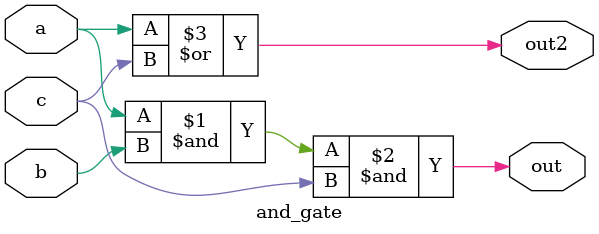
<source format=v>
module and_gate (a, b, c, out, out2);
    input a;
    input b;
    input c;

    output out;
    output out2;

    assign out = a & b & c;
    assign out2 = a | c;

endmodule
</source>
